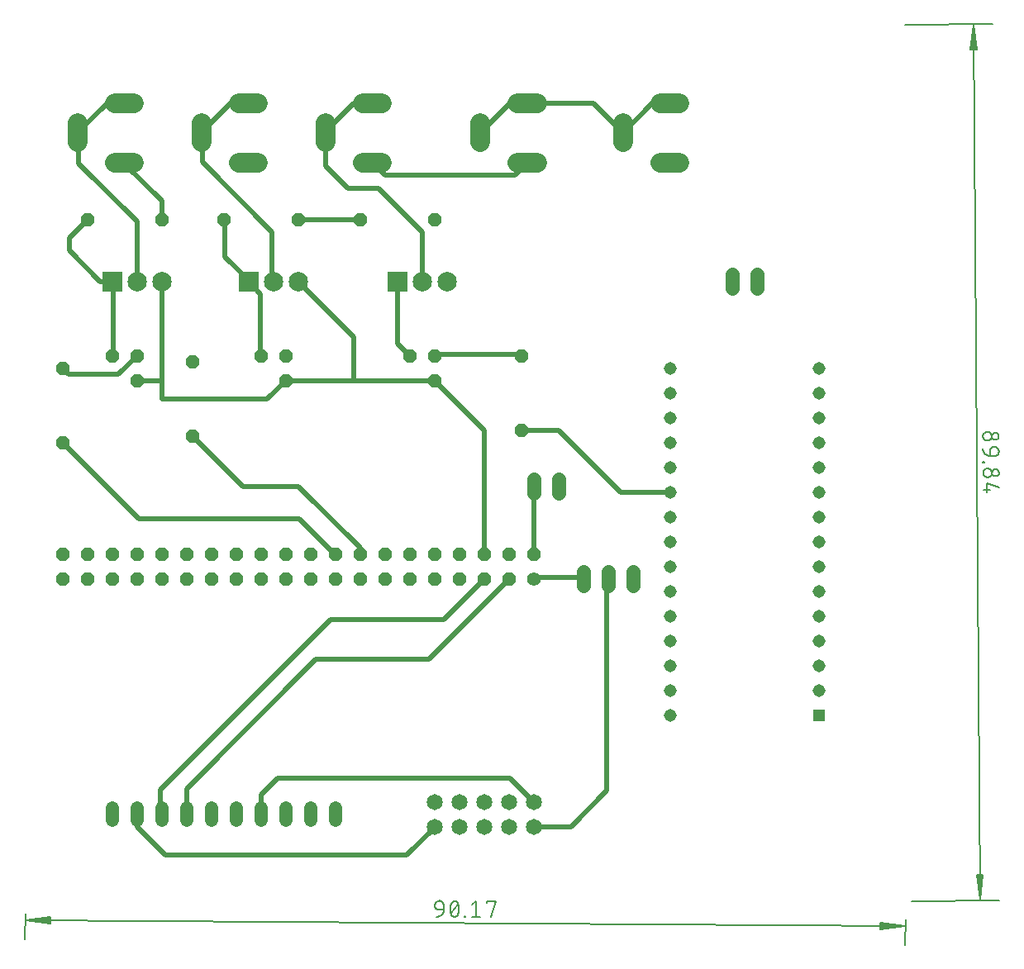
<source format=gbr>
G04 EAGLE Gerber RS-274X export*
G75*
%MOMM*%
%FSLAX34Y34*%
%LPD*%
%INTop Copper*%
%IPPOS*%
%AMOC8*
5,1,8,0,0,1.08239X$1,22.5*%
G01*
%ADD10C,0.130000*%
%ADD11C,0.152400*%
%ADD12C,2.000000*%
%ADD13C,1.320800*%
%ADD14R,1.308000X1.308000*%
%ADD15C,1.308000*%
%ADD16C,1.650000*%
%ADD17C,1.422400*%
%ADD18R,1.995000X1.995000*%
%ADD19C,1.995000*%
%ADD20P,1.429621X8X22.500000*%
%ADD21P,1.429621X8X292.500000*%
%ADD22P,1.429621X8X202.500000*%
%ADD23C,1.422400*%
%ADD24P,1.539592X8X202.500000*%
%ADD25P,1.429621X8X112.500000*%
%ADD26C,0.508000*%


D10*
X0Y88900D02*
X-186Y62559D01*
X901515Y56209D02*
X901700Y82550D01*
X901002Y75713D02*
X602Y82054D01*
X25974Y85068D01*
X25929Y78683D01*
X602Y82054D01*
X25960Y83175D01*
X25942Y80575D02*
X602Y82054D01*
X25970Y84475D01*
X25933Y79275D02*
X602Y82054D01*
X875675Y79084D02*
X901002Y75713D01*
X875675Y79084D02*
X875630Y72699D01*
X901002Y75713D01*
X875662Y77192D01*
X875643Y74592D02*
X901002Y75713D01*
X875671Y78491D01*
X875634Y73292D02*
X901002Y75713D01*
D11*
X428782Y92771D02*
X423363Y92809D01*
X423245Y92812D01*
X423127Y92818D01*
X423009Y92829D01*
X422892Y92843D01*
X422775Y92861D01*
X422659Y92883D01*
X422543Y92909D01*
X422429Y92939D01*
X422315Y92972D01*
X422203Y93009D01*
X422092Y93049D01*
X421982Y93094D01*
X421874Y93141D01*
X421768Y93193D01*
X421663Y93247D01*
X421560Y93306D01*
X421459Y93367D01*
X421360Y93432D01*
X421264Y93500D01*
X421169Y93571D01*
X421077Y93645D01*
X420988Y93722D01*
X420901Y93802D01*
X420816Y93885D01*
X420735Y93970D01*
X420656Y94058D01*
X420580Y94149D01*
X420507Y94242D01*
X420437Y94338D01*
X420371Y94435D01*
X420307Y94535D01*
X420247Y94637D01*
X420191Y94741D01*
X420137Y94846D01*
X420088Y94953D01*
X420041Y95062D01*
X419999Y95172D01*
X419960Y95284D01*
X419924Y95397D01*
X419893Y95511D01*
X419865Y95625D01*
X419841Y95741D01*
X419820Y95858D01*
X419804Y95975D01*
X419791Y96092D01*
X419782Y96210D01*
X419777Y96328D01*
X419776Y96446D01*
X419776Y96447D02*
X419782Y97350D01*
X419782Y97349D02*
X419785Y97482D01*
X419792Y97614D01*
X419802Y97747D01*
X419817Y97878D01*
X419835Y98010D01*
X419858Y98140D01*
X419884Y98270D01*
X419913Y98400D01*
X419947Y98528D01*
X419984Y98655D01*
X420026Y98781D01*
X420070Y98906D01*
X420119Y99029D01*
X420171Y99151D01*
X420226Y99272D01*
X420286Y99390D01*
X420348Y99507D01*
X420414Y99622D01*
X420483Y99735D01*
X420556Y99846D01*
X420632Y99955D01*
X420711Y100061D01*
X420793Y100166D01*
X420878Y100267D01*
X420966Y100366D01*
X421057Y100463D01*
X421151Y100557D01*
X421247Y100648D01*
X421346Y100736D01*
X421448Y100821D01*
X421552Y100903D01*
X421658Y100982D01*
X421767Y101058D01*
X421878Y101131D01*
X421991Y101200D01*
X422106Y101266D01*
X422223Y101329D01*
X422341Y101388D01*
X422462Y101444D01*
X422584Y101496D01*
X422707Y101544D01*
X422832Y101589D01*
X422958Y101631D01*
X423085Y101668D01*
X423213Y101702D01*
X423342Y101732D01*
X423472Y101758D01*
X423603Y101780D01*
X423734Y101799D01*
X423866Y101813D01*
X423998Y101824D01*
X424131Y101831D01*
X424263Y101834D01*
X424396Y101833D01*
X424528Y101828D01*
X424661Y101819D01*
X424793Y101807D01*
X424924Y101790D01*
X425055Y101770D01*
X425186Y101746D01*
X425315Y101718D01*
X425444Y101686D01*
X425572Y101651D01*
X425698Y101611D01*
X425824Y101568D01*
X425948Y101522D01*
X426071Y101472D01*
X426192Y101418D01*
X426311Y101360D01*
X426429Y101300D01*
X426545Y101235D01*
X426659Y101168D01*
X426771Y101097D01*
X426881Y101022D01*
X426989Y100945D01*
X427094Y100864D01*
X427197Y100781D01*
X427297Y100694D01*
X427395Y100605D01*
X427490Y100512D01*
X427583Y100417D01*
X427672Y100320D01*
X427759Y100219D01*
X427842Y100116D01*
X427923Y100011D01*
X428001Y99904D01*
X428075Y99794D01*
X428146Y99682D01*
X428214Y99568D01*
X428278Y99452D01*
X428339Y99334D01*
X428396Y99215D01*
X428450Y99093D01*
X428501Y98971D01*
X428547Y98847D01*
X428590Y98721D01*
X428630Y98595D01*
X428665Y98467D01*
X428697Y98338D01*
X428725Y98209D01*
X428750Y98078D01*
X428770Y97947D01*
X428786Y97816D01*
X428799Y97684D01*
X428808Y97551D01*
X428813Y97419D01*
X428814Y97286D01*
X428813Y97287D02*
X428782Y92771D01*
X428782Y92772D02*
X428778Y92597D01*
X428771Y92423D01*
X428759Y92248D01*
X428743Y92075D01*
X428723Y91901D01*
X428699Y91728D01*
X428670Y91556D01*
X428638Y91384D01*
X428601Y91214D01*
X428560Y91044D01*
X428515Y90875D01*
X428466Y90708D01*
X428413Y90541D01*
X428356Y90376D01*
X428294Y90213D01*
X428229Y90051D01*
X428161Y89890D01*
X428088Y89732D01*
X428011Y89575D01*
X427931Y89420D01*
X427847Y89267D01*
X427759Y89116D01*
X427668Y88967D01*
X427573Y88821D01*
X427474Y88676D01*
X427372Y88535D01*
X427267Y88395D01*
X427158Y88259D01*
X427047Y88125D01*
X426931Y87993D01*
X426813Y87865D01*
X426692Y87739D01*
X426568Y87617D01*
X426440Y87497D01*
X426310Y87381D01*
X426177Y87267D01*
X426042Y87157D01*
X425904Y87051D01*
X425763Y86947D01*
X425620Y86847D01*
X425474Y86751D01*
X425326Y86658D01*
X425176Y86569D01*
X425024Y86483D01*
X424870Y86401D01*
X424714Y86323D01*
X424556Y86249D01*
X424396Y86178D01*
X424235Y86112D01*
X424072Y86049D01*
X423907Y85990D01*
X423742Y85935D01*
X423575Y85884D01*
X423406Y85838D01*
X423237Y85795D01*
X423067Y85757D01*
X422896Y85722D01*
X422724Y85692D01*
X422551Y85666D01*
X422378Y85644D01*
X422204Y85626D01*
X422030Y85613D01*
X421856Y85603D01*
X421681Y85598D01*
X421507Y85597D01*
X435387Y93628D02*
X435393Y93948D01*
X435407Y94267D01*
X435428Y94587D01*
X435457Y94905D01*
X435494Y95223D01*
X435538Y95540D01*
X435589Y95855D01*
X435649Y96169D01*
X435715Y96482D01*
X435789Y96793D01*
X435871Y97103D01*
X435960Y97410D01*
X436056Y97715D01*
X436159Y98018D01*
X436270Y98318D01*
X436388Y98615D01*
X436512Y98909D01*
X436644Y99201D01*
X436783Y99489D01*
X436784Y99489D02*
X436824Y99597D01*
X436868Y99703D01*
X436915Y99808D01*
X436966Y99911D01*
X437020Y100013D01*
X437078Y100112D01*
X437140Y100210D01*
X437204Y100305D01*
X437272Y100398D01*
X437343Y100489D01*
X437417Y100577D01*
X437494Y100662D01*
X437574Y100745D01*
X437657Y100825D01*
X437742Y100902D01*
X437831Y100976D01*
X437921Y101047D01*
X438014Y101115D01*
X438109Y101180D01*
X438207Y101241D01*
X438306Y101299D01*
X438408Y101353D01*
X438511Y101404D01*
X438616Y101452D01*
X438722Y101495D01*
X438830Y101535D01*
X438940Y101572D01*
X439050Y101604D01*
X439162Y101633D01*
X439274Y101658D01*
X439387Y101678D01*
X439501Y101695D01*
X439615Y101708D01*
X439730Y101718D01*
X439845Y101723D01*
X439960Y101724D01*
X439960Y101725D02*
X440075Y101722D01*
X440190Y101715D01*
X440305Y101705D01*
X440419Y101690D01*
X440533Y101671D01*
X440646Y101649D01*
X440758Y101623D01*
X440869Y101592D01*
X440979Y101558D01*
X441088Y101521D01*
X441195Y101479D01*
X441301Y101434D01*
X441405Y101385D01*
X441508Y101333D01*
X441609Y101277D01*
X441707Y101218D01*
X441804Y101155D01*
X441898Y101089D01*
X441990Y101020D01*
X442080Y100947D01*
X442167Y100872D01*
X442252Y100794D01*
X442333Y100713D01*
X442412Y100629D01*
X442488Y100542D01*
X442561Y100453D01*
X442631Y100361D01*
X442697Y100267D01*
X442760Y100171D01*
X442820Y100073D01*
X442877Y99972D01*
X442930Y99870D01*
X442979Y99766D01*
X443025Y99661D01*
X443067Y99553D01*
X443106Y99445D01*
X443105Y99445D02*
X443240Y99155D01*
X443367Y98862D01*
X443488Y98566D01*
X443602Y98267D01*
X443708Y97965D01*
X443807Y97661D01*
X443899Y97355D01*
X443984Y97046D01*
X444061Y96736D01*
X444131Y96424D01*
X444193Y96110D01*
X444248Y95795D01*
X444295Y95479D01*
X444334Y95161D01*
X444367Y94843D01*
X444391Y94524D01*
X444408Y94205D01*
X444417Y93885D01*
X444419Y93565D01*
X435387Y93629D02*
X435389Y93309D01*
X435398Y92989D01*
X435415Y92670D01*
X435439Y92351D01*
X435472Y92033D01*
X435511Y91715D01*
X435558Y91399D01*
X435613Y91084D01*
X435675Y90770D01*
X435745Y90458D01*
X435822Y90148D01*
X435907Y89839D01*
X435999Y89533D01*
X436098Y89229D01*
X436204Y88927D01*
X436318Y88628D01*
X436439Y88332D01*
X436566Y88039D01*
X436701Y87749D01*
X436701Y87748D02*
X436740Y87640D01*
X436782Y87532D01*
X436828Y87427D01*
X436877Y87323D01*
X436930Y87221D01*
X436987Y87120D01*
X437047Y87022D01*
X437110Y86926D01*
X437176Y86832D01*
X437246Y86740D01*
X437319Y86651D01*
X437395Y86564D01*
X437474Y86480D01*
X437555Y86399D01*
X437640Y86321D01*
X437727Y86246D01*
X437817Y86173D01*
X437909Y86104D01*
X438003Y86038D01*
X438100Y85975D01*
X438198Y85916D01*
X438299Y85860D01*
X438402Y85808D01*
X438506Y85759D01*
X438612Y85714D01*
X438719Y85672D01*
X438828Y85635D01*
X438938Y85601D01*
X439049Y85570D01*
X439161Y85544D01*
X439274Y85522D01*
X439388Y85503D01*
X439502Y85488D01*
X439617Y85478D01*
X439732Y85471D01*
X439847Y85468D01*
X443023Y87705D02*
X443162Y87993D01*
X443294Y88284D01*
X443418Y88579D01*
X443536Y88876D01*
X443647Y89176D01*
X443750Y89479D01*
X443846Y89784D01*
X443935Y90091D01*
X444017Y90400D01*
X444091Y90711D01*
X444157Y91024D01*
X444216Y91338D01*
X444268Y91654D01*
X444312Y91971D01*
X444349Y92288D01*
X444378Y92607D01*
X444399Y92926D01*
X444413Y93246D01*
X444419Y93565D01*
X443024Y87705D02*
X442984Y87597D01*
X442940Y87490D01*
X442893Y87385D01*
X442842Y87282D01*
X442787Y87181D01*
X442729Y87081D01*
X442668Y86984D01*
X442604Y86888D01*
X442536Y86795D01*
X442465Y86705D01*
X442391Y86617D01*
X442313Y86531D01*
X442233Y86448D01*
X442151Y86368D01*
X442065Y86291D01*
X441977Y86217D01*
X441886Y86146D01*
X441793Y86078D01*
X441698Y86013D01*
X441601Y85952D01*
X441501Y85894D01*
X441400Y85840D01*
X441296Y85789D01*
X441191Y85741D01*
X441085Y85698D01*
X440977Y85658D01*
X440868Y85621D01*
X440757Y85589D01*
X440646Y85560D01*
X440533Y85535D01*
X440420Y85515D01*
X440306Y85498D01*
X440192Y85485D01*
X440077Y85475D01*
X439962Y85470D01*
X439847Y85469D01*
X436259Y89107D02*
X443547Y98087D01*
X450343Y86299D02*
X450337Y85396D01*
X450343Y86299D02*
X451246Y86292D01*
X451240Y85389D01*
X450337Y85396D01*
X457303Y97991D02*
X461843Y101572D01*
X461730Y85316D01*
X466245Y85285D02*
X457214Y85348D01*
X472946Y99688D02*
X472959Y101494D01*
X481989Y101431D01*
X477360Y85207D01*
D10*
X901500Y1000000D02*
X990985Y1000652D01*
X997535Y102252D02*
X908050Y101600D01*
X978030Y102760D02*
X971490Y999860D01*
X974867Y974534D01*
X968482Y974488D01*
X971490Y999860D01*
X972975Y974520D01*
X970375Y974501D02*
X971490Y999860D01*
X974275Y974530D01*
X969075Y974492D02*
X971490Y999860D01*
X981038Y128133D02*
X978030Y102760D01*
X981038Y128133D02*
X974653Y128086D01*
X978030Y102760D01*
X979146Y128119D01*
X976546Y128100D02*
X978030Y102760D01*
X980446Y128129D01*
X975246Y128091D02*
X978030Y102760D01*
D11*
X985618Y573505D02*
X985751Y573508D01*
X985885Y573515D01*
X986019Y573526D01*
X986152Y573541D01*
X986284Y573559D01*
X986416Y573582D01*
X986547Y573608D01*
X986677Y573639D01*
X986807Y573673D01*
X986935Y573711D01*
X987062Y573753D01*
X987188Y573799D01*
X987313Y573848D01*
X987435Y573901D01*
X987557Y573958D01*
X987676Y574018D01*
X987794Y574082D01*
X987910Y574149D01*
X988023Y574219D01*
X988135Y574293D01*
X988244Y574370D01*
X988351Y574451D01*
X988456Y574534D01*
X988558Y574621D01*
X988657Y574710D01*
X988754Y574803D01*
X988848Y574898D01*
X988939Y574996D01*
X989027Y575097D01*
X989113Y575200D01*
X989195Y575306D01*
X989274Y575414D01*
X989349Y575524D01*
X989421Y575637D01*
X989490Y575752D01*
X989556Y575868D01*
X989618Y575987D01*
X989677Y576107D01*
X989731Y576229D01*
X989783Y576353D01*
X989830Y576478D01*
X989874Y576605D01*
X989914Y576732D01*
X989951Y576861D01*
X989983Y576991D01*
X990012Y577122D01*
X990036Y577253D01*
X990057Y577385D01*
X990074Y577518D01*
X990087Y577651D01*
X990096Y577785D01*
X990101Y577919D01*
X990102Y578053D01*
X990099Y578186D01*
X990092Y578320D01*
X990081Y578453D01*
X990066Y578586D01*
X990048Y578719D01*
X990025Y578851D01*
X989999Y578982D01*
X989968Y579112D01*
X989934Y579242D01*
X989896Y579370D01*
X989854Y579497D01*
X989808Y579623D01*
X989759Y579747D01*
X989706Y579870D01*
X989649Y579992D01*
X989589Y580111D01*
X989526Y580229D01*
X989458Y580345D01*
X989388Y580458D01*
X989314Y580570D01*
X989237Y580679D01*
X989156Y580786D01*
X989073Y580891D01*
X988986Y580993D01*
X988897Y581092D01*
X988804Y581189D01*
X988709Y581283D01*
X988611Y581374D01*
X988510Y581462D01*
X988407Y581548D01*
X988301Y581630D01*
X988193Y581708D01*
X988083Y581784D01*
X987970Y581856D01*
X987855Y581925D01*
X987739Y581991D01*
X987620Y582053D01*
X987500Y582111D01*
X987378Y582166D01*
X987254Y582218D01*
X987129Y582265D01*
X987003Y582309D01*
X986875Y582349D01*
X986746Y582385D01*
X986616Y582418D01*
X986485Y582447D01*
X986354Y582471D01*
X986222Y582492D01*
X986089Y582509D01*
X985956Y582522D01*
X985822Y582531D01*
X985688Y582536D01*
X985555Y582537D01*
X985422Y582534D01*
X985290Y582527D01*
X985157Y582517D01*
X985026Y582502D01*
X984894Y582484D01*
X984764Y582461D01*
X984634Y582435D01*
X984504Y582406D01*
X984376Y582372D01*
X984249Y582335D01*
X984123Y582293D01*
X983998Y582249D01*
X983875Y582200D01*
X983753Y582148D01*
X983632Y582093D01*
X983514Y582033D01*
X983397Y581971D01*
X983282Y581905D01*
X983169Y581836D01*
X983058Y581763D01*
X982949Y581687D01*
X982843Y581608D01*
X982738Y581526D01*
X982637Y581441D01*
X982538Y581353D01*
X982441Y581262D01*
X982347Y581168D01*
X982256Y581072D01*
X982168Y580973D01*
X982083Y580871D01*
X982001Y580767D01*
X981922Y580661D01*
X981846Y580552D01*
X981773Y580441D01*
X981704Y580328D01*
X981638Y580213D01*
X981575Y580096D01*
X981516Y579978D01*
X981460Y579857D01*
X981408Y579735D01*
X981360Y579612D01*
X981315Y579487D01*
X981273Y579361D01*
X981236Y579234D01*
X981202Y579106D01*
X981172Y578977D01*
X981146Y578847D01*
X981124Y578716D01*
X981105Y578585D01*
X981091Y578453D01*
X981080Y578321D01*
X981073Y578188D01*
X981070Y578056D01*
X981071Y577923D01*
X981076Y577791D01*
X981085Y577658D01*
X981097Y577526D01*
X981114Y577395D01*
X981134Y577264D01*
X981158Y577133D01*
X981186Y577004D01*
X981218Y576875D01*
X981253Y576747D01*
X981293Y576621D01*
X981336Y576495D01*
X981382Y576371D01*
X981432Y576248D01*
X981486Y576127D01*
X981544Y576008D01*
X981604Y575890D01*
X981669Y575774D01*
X981736Y575660D01*
X981807Y575548D01*
X981882Y575438D01*
X981959Y575330D01*
X982040Y575225D01*
X982123Y575122D01*
X982210Y575022D01*
X982299Y574924D01*
X982392Y574829D01*
X982487Y574736D01*
X982584Y574647D01*
X982685Y574560D01*
X982788Y574476D01*
X982893Y574396D01*
X983001Y574318D01*
X983110Y574244D01*
X983222Y574173D01*
X983336Y574105D01*
X983452Y574041D01*
X983570Y573980D01*
X983689Y573923D01*
X983811Y573869D01*
X983933Y573818D01*
X984057Y573772D01*
X984183Y573729D01*
X984309Y573689D01*
X984437Y573654D01*
X984566Y573622D01*
X984695Y573594D01*
X984826Y573569D01*
X984957Y573549D01*
X985088Y573533D01*
X985220Y573520D01*
X985353Y573511D01*
X985485Y573506D01*
X985618Y573505D01*
X993739Y574465D02*
X993859Y574468D01*
X993978Y574475D01*
X994097Y574485D01*
X994215Y574500D01*
X994333Y574518D01*
X994451Y574541D01*
X994567Y574567D01*
X994683Y574597D01*
X994797Y574631D01*
X994911Y574669D01*
X995023Y574710D01*
X995133Y574756D01*
X995242Y574804D01*
X995350Y574857D01*
X995455Y574912D01*
X995559Y574972D01*
X995661Y575034D01*
X995760Y575100D01*
X995857Y575170D01*
X995952Y575242D01*
X996045Y575318D01*
X996135Y575396D01*
X996222Y575478D01*
X996307Y575562D01*
X996388Y575649D01*
X996467Y575739D01*
X996543Y575831D01*
X996616Y575926D01*
X996685Y576023D01*
X996752Y576123D01*
X996815Y576224D01*
X996874Y576328D01*
X996930Y576433D01*
X996983Y576540D01*
X997032Y576649D01*
X997077Y576760D01*
X997119Y576872D01*
X997157Y576985D01*
X997191Y577099D01*
X997222Y577215D01*
X997248Y577331D01*
X997271Y577448D01*
X997290Y577566D01*
X997305Y577685D01*
X997316Y577804D01*
X997323Y577923D01*
X997326Y578042D01*
X997325Y578162D01*
X997320Y578281D01*
X997311Y578400D01*
X997299Y578519D01*
X997282Y578637D01*
X997262Y578755D01*
X997237Y578872D01*
X997209Y578988D01*
X997177Y579103D01*
X997141Y579217D01*
X997102Y579330D01*
X997058Y579441D01*
X997012Y579551D01*
X996961Y579659D01*
X996907Y579766D01*
X996849Y579870D01*
X996788Y579973D01*
X996724Y580074D01*
X996656Y580172D01*
X996585Y580268D01*
X996511Y580362D01*
X996434Y580453D01*
X996354Y580542D01*
X996271Y580628D01*
X996186Y580711D01*
X996097Y580791D01*
X996006Y580869D01*
X995913Y580943D01*
X995817Y581014D01*
X995718Y581082D01*
X995618Y581146D01*
X995515Y581208D01*
X995411Y581266D01*
X995305Y581320D01*
X995196Y581371D01*
X995087Y581418D01*
X994976Y581462D01*
X994863Y581501D01*
X994749Y581538D01*
X994634Y581570D01*
X994518Y581598D01*
X994401Y581623D01*
X994284Y581644D01*
X994165Y581661D01*
X994047Y581674D01*
X993928Y581683D01*
X993808Y581688D01*
X993689Y581689D01*
X993569Y581686D01*
X993450Y581679D01*
X993331Y581669D01*
X993213Y581654D01*
X993095Y581635D01*
X992977Y581613D01*
X992861Y581587D01*
X992745Y581557D01*
X992631Y581523D01*
X992517Y581485D01*
X992405Y581444D01*
X992295Y581398D01*
X992186Y581350D01*
X992078Y581297D01*
X991973Y581242D01*
X991869Y581182D01*
X991767Y581120D01*
X991668Y581054D01*
X991571Y580984D01*
X991476Y580912D01*
X991383Y580836D01*
X991293Y580758D01*
X991206Y580676D01*
X991121Y580592D01*
X991040Y580505D01*
X990961Y580415D01*
X990885Y580323D01*
X990812Y580228D01*
X990743Y580131D01*
X990676Y580031D01*
X990613Y579930D01*
X990554Y579826D01*
X990498Y579721D01*
X990445Y579614D01*
X990396Y579505D01*
X990351Y579394D01*
X990309Y579282D01*
X990271Y579169D01*
X990237Y579055D01*
X990206Y578939D01*
X990180Y578823D01*
X990157Y578706D01*
X990138Y578588D01*
X990123Y578469D01*
X990112Y578350D01*
X990105Y578231D01*
X990102Y578112D01*
X990103Y577992D01*
X990108Y577873D01*
X990117Y577754D01*
X990129Y577635D01*
X990146Y577517D01*
X990166Y577399D01*
X990191Y577282D01*
X990219Y577166D01*
X990251Y577051D01*
X990287Y576937D01*
X990326Y576824D01*
X990370Y576713D01*
X990416Y576603D01*
X990467Y576495D01*
X990521Y576388D01*
X990579Y576284D01*
X990640Y576181D01*
X990704Y576080D01*
X990772Y575982D01*
X990843Y575886D01*
X990917Y575792D01*
X990994Y575701D01*
X991074Y575612D01*
X991157Y575526D01*
X991242Y575443D01*
X991331Y575363D01*
X991422Y575285D01*
X991515Y575211D01*
X991611Y575140D01*
X991710Y575072D01*
X991810Y575008D01*
X991913Y574946D01*
X992017Y574888D01*
X992123Y574834D01*
X992232Y574783D01*
X992341Y574736D01*
X992452Y574692D01*
X992565Y574653D01*
X992679Y574616D01*
X992794Y574584D01*
X992910Y574556D01*
X993027Y574531D01*
X993144Y574510D01*
X993263Y574493D01*
X993381Y574480D01*
X993500Y574471D01*
X993620Y574466D01*
X993739Y574465D01*
X988399Y563312D02*
X988436Y557893D01*
X988399Y563312D02*
X988400Y563430D01*
X988405Y563548D01*
X988414Y563666D01*
X988427Y563783D01*
X988443Y563900D01*
X988464Y564017D01*
X988488Y564133D01*
X988516Y564247D01*
X988547Y564361D01*
X988583Y564474D01*
X988622Y564586D01*
X988664Y564696D01*
X988711Y564805D01*
X988760Y564912D01*
X988814Y565017D01*
X988870Y565121D01*
X988930Y565223D01*
X988994Y565323D01*
X989060Y565420D01*
X989130Y565516D01*
X989203Y565609D01*
X989279Y565700D01*
X989358Y565788D01*
X989439Y565873D01*
X989524Y565956D01*
X989611Y566036D01*
X989700Y566113D01*
X989792Y566187D01*
X989887Y566258D01*
X989983Y566326D01*
X990082Y566391D01*
X990183Y566452D01*
X990286Y566511D01*
X990391Y566565D01*
X990497Y566617D01*
X990605Y566664D01*
X990715Y566709D01*
X990826Y566749D01*
X990938Y566786D01*
X991052Y566819D01*
X991166Y566849D01*
X991282Y566875D01*
X991398Y566897D01*
X991515Y566915D01*
X991632Y566929D01*
X991750Y566940D01*
X991868Y566946D01*
X991986Y566949D01*
X992889Y566956D01*
X993022Y566955D01*
X993156Y566950D01*
X993290Y566941D01*
X993423Y566928D01*
X993556Y566911D01*
X993688Y566890D01*
X993819Y566866D01*
X993950Y566837D01*
X994080Y566804D01*
X994209Y566768D01*
X994337Y566728D01*
X994463Y566684D01*
X994588Y566637D01*
X994712Y566585D01*
X994834Y566530D01*
X994954Y566472D01*
X995073Y566410D01*
X995189Y566344D01*
X995304Y566275D01*
X995417Y566203D01*
X995527Y566127D01*
X995635Y566049D01*
X995741Y565967D01*
X995844Y565881D01*
X995945Y565793D01*
X996043Y565702D01*
X996138Y565608D01*
X996231Y565511D01*
X996320Y565412D01*
X996407Y565310D01*
X996490Y565205D01*
X996571Y565098D01*
X996648Y564989D01*
X996722Y564877D01*
X996792Y564764D01*
X996860Y564648D01*
X996923Y564530D01*
X996983Y564411D01*
X997040Y564289D01*
X997093Y564166D01*
X997142Y564042D01*
X997188Y563916D01*
X997230Y563789D01*
X997268Y563661D01*
X997302Y563531D01*
X997333Y563401D01*
X997359Y563270D01*
X997382Y563138D01*
X997400Y563005D01*
X997415Y562872D01*
X997426Y562739D01*
X997433Y562605D01*
X997436Y562472D01*
X997435Y562338D01*
X997430Y562204D01*
X997421Y562070D01*
X997408Y561937D01*
X997391Y561804D01*
X997370Y561672D01*
X997346Y561541D01*
X997317Y561410D01*
X997285Y561280D01*
X997248Y561151D01*
X997208Y561024D01*
X997164Y560897D01*
X997117Y560772D01*
X997065Y560648D01*
X997011Y560526D01*
X996952Y560406D01*
X996890Y560287D01*
X996824Y560171D01*
X996755Y560056D01*
X996683Y559943D01*
X996608Y559833D01*
X996529Y559725D01*
X996447Y559619D01*
X996361Y559516D01*
X996273Y559415D01*
X996182Y559317D01*
X996088Y559222D01*
X995991Y559129D01*
X995892Y559040D01*
X995790Y558953D01*
X995685Y558870D01*
X995578Y558789D01*
X995469Y558712D01*
X995357Y558638D01*
X995244Y558568D01*
X995128Y558501D01*
X995010Y558437D01*
X994891Y558377D01*
X994769Y558320D01*
X994647Y558267D01*
X994522Y558218D01*
X994396Y558172D01*
X994269Y558130D01*
X994141Y558092D01*
X994011Y558058D01*
X993881Y558027D01*
X993750Y558001D01*
X993618Y557978D01*
X993486Y557960D01*
X993353Y557945D01*
X993219Y557934D01*
X993085Y557927D01*
X992952Y557924D01*
X992952Y557925D02*
X988436Y557893D01*
X988259Y557894D01*
X988082Y557899D01*
X987905Y557909D01*
X987728Y557923D01*
X987552Y557941D01*
X987376Y557964D01*
X987201Y557991D01*
X987026Y558022D01*
X986852Y558058D01*
X986679Y558097D01*
X986508Y558141D01*
X986337Y558190D01*
X986168Y558242D01*
X986000Y558299D01*
X985833Y558359D01*
X985668Y558424D01*
X985504Y558493D01*
X985343Y558565D01*
X985183Y558642D01*
X985025Y558723D01*
X984869Y558807D01*
X984715Y558895D01*
X984563Y558987D01*
X984414Y559083D01*
X984267Y559182D01*
X984123Y559285D01*
X983981Y559391D01*
X983842Y559501D01*
X983705Y559614D01*
X983571Y559731D01*
X983441Y559851D01*
X983313Y559974D01*
X983188Y560100D01*
X983067Y560229D01*
X982948Y560361D01*
X982833Y560496D01*
X982721Y560633D01*
X982613Y560774D01*
X982508Y560917D01*
X982407Y561062D01*
X982309Y561210D01*
X982215Y561360D01*
X982125Y561513D01*
X982038Y561668D01*
X981955Y561825D01*
X981876Y561983D01*
X981801Y562144D01*
X981730Y562307D01*
X981663Y562471D01*
X981601Y562637D01*
X981542Y562804D01*
X981487Y562972D01*
X981436Y563142D01*
X981390Y563314D01*
X981348Y563486D01*
X981310Y563659D01*
X981276Y563833D01*
X981247Y564008D01*
X981222Y564184D01*
X981201Y564360D01*
X981184Y564536D01*
X981172Y564713D01*
X981165Y564890D01*
X981161Y565068D01*
X981253Y551868D02*
X982157Y551875D01*
X982163Y550971D01*
X981260Y550965D01*
X981253Y551868D01*
X985817Y545023D02*
X985950Y545022D01*
X986084Y545017D01*
X986218Y545008D01*
X986351Y544995D01*
X986484Y544978D01*
X986616Y544957D01*
X986747Y544933D01*
X986878Y544904D01*
X987008Y544871D01*
X987137Y544835D01*
X987265Y544795D01*
X987391Y544751D01*
X987516Y544704D01*
X987640Y544652D01*
X987762Y544597D01*
X987882Y544539D01*
X988001Y544477D01*
X988117Y544411D01*
X988232Y544342D01*
X988345Y544270D01*
X988455Y544194D01*
X988563Y544116D01*
X988669Y544034D01*
X988772Y543948D01*
X988873Y543860D01*
X988971Y543769D01*
X989066Y543675D01*
X989159Y543578D01*
X989248Y543479D01*
X989335Y543377D01*
X989418Y543272D01*
X989499Y543165D01*
X989576Y543056D01*
X989650Y542944D01*
X989720Y542831D01*
X989788Y542715D01*
X989851Y542597D01*
X989911Y542478D01*
X989968Y542356D01*
X990021Y542233D01*
X990070Y542109D01*
X990116Y541983D01*
X990158Y541856D01*
X990196Y541728D01*
X990230Y541598D01*
X990261Y541468D01*
X990287Y541337D01*
X990310Y541205D01*
X990328Y541072D01*
X990343Y540939D01*
X990354Y540806D01*
X990361Y540672D01*
X990364Y540539D01*
X990363Y540405D01*
X990358Y540271D01*
X990349Y540137D01*
X990336Y540004D01*
X990319Y539871D01*
X990298Y539739D01*
X990274Y539608D01*
X990245Y539477D01*
X990213Y539347D01*
X990176Y539218D01*
X990136Y539091D01*
X990092Y538964D01*
X990045Y538839D01*
X989993Y538715D01*
X989939Y538593D01*
X989880Y538473D01*
X989818Y538354D01*
X989752Y538238D01*
X989683Y538123D01*
X989611Y538010D01*
X989536Y537900D01*
X989457Y537792D01*
X989375Y537686D01*
X989289Y537583D01*
X989201Y537482D01*
X989110Y537384D01*
X989016Y537289D01*
X988919Y537196D01*
X988820Y537107D01*
X988718Y537020D01*
X988613Y536937D01*
X988506Y536856D01*
X988397Y536779D01*
X988285Y536705D01*
X988172Y536635D01*
X988056Y536568D01*
X987938Y536504D01*
X987819Y536444D01*
X987697Y536387D01*
X987575Y536334D01*
X987450Y536285D01*
X987324Y536239D01*
X987197Y536197D01*
X987069Y536159D01*
X986939Y536125D01*
X986809Y536094D01*
X986678Y536068D01*
X986546Y536045D01*
X986414Y536027D01*
X986281Y536012D01*
X986147Y536001D01*
X986013Y535994D01*
X985880Y535991D01*
X985747Y535992D01*
X985615Y535997D01*
X985482Y536006D01*
X985350Y536019D01*
X985219Y536035D01*
X985088Y536055D01*
X984957Y536080D01*
X984828Y536108D01*
X984699Y536140D01*
X984571Y536175D01*
X984445Y536215D01*
X984319Y536258D01*
X984195Y536304D01*
X984073Y536355D01*
X983951Y536409D01*
X983832Y536466D01*
X983714Y536527D01*
X983598Y536591D01*
X983484Y536659D01*
X983372Y536730D01*
X983263Y536804D01*
X983155Y536882D01*
X983050Y536962D01*
X982947Y537046D01*
X982846Y537133D01*
X982749Y537222D01*
X982654Y537315D01*
X982561Y537410D01*
X982472Y537508D01*
X982385Y537608D01*
X982302Y537711D01*
X982221Y537816D01*
X982144Y537924D01*
X982069Y538034D01*
X981998Y538146D01*
X981931Y538260D01*
X981866Y538376D01*
X981806Y538494D01*
X981748Y538613D01*
X981694Y538734D01*
X981644Y538857D01*
X981598Y538981D01*
X981555Y539107D01*
X981515Y539233D01*
X981480Y539361D01*
X981448Y539490D01*
X981420Y539619D01*
X981396Y539750D01*
X981376Y539881D01*
X981359Y540012D01*
X981347Y540144D01*
X981338Y540277D01*
X981333Y540409D01*
X981332Y540542D01*
X981335Y540674D01*
X981342Y540807D01*
X981353Y540939D01*
X981367Y541071D01*
X981386Y541202D01*
X981408Y541333D01*
X981434Y541463D01*
X981464Y541592D01*
X981498Y541720D01*
X981535Y541847D01*
X981577Y541973D01*
X981622Y542098D01*
X981670Y542221D01*
X981722Y542343D01*
X981778Y542464D01*
X981837Y542582D01*
X981900Y542699D01*
X981966Y542814D01*
X982035Y542927D01*
X982108Y543038D01*
X982184Y543147D01*
X982263Y543253D01*
X982345Y543357D01*
X982430Y543459D01*
X982518Y543558D01*
X982609Y543654D01*
X982703Y543748D01*
X982800Y543839D01*
X982899Y543927D01*
X983000Y544012D01*
X983105Y544094D01*
X983211Y544173D01*
X983320Y544249D01*
X983431Y544322D01*
X983544Y544391D01*
X983659Y544457D01*
X983776Y544519D01*
X983894Y544579D01*
X984015Y544634D01*
X984137Y544686D01*
X984260Y544735D01*
X984385Y544779D01*
X984511Y544821D01*
X984638Y544858D01*
X984766Y544892D01*
X984896Y544921D01*
X985026Y544947D01*
X985156Y544970D01*
X985288Y544988D01*
X985419Y545003D01*
X985552Y545013D01*
X985684Y545020D01*
X985817Y545023D01*
X993951Y544175D02*
X994070Y544174D01*
X994190Y544169D01*
X994309Y544160D01*
X994427Y544147D01*
X994546Y544130D01*
X994663Y544109D01*
X994780Y544084D01*
X994896Y544056D01*
X995011Y544024D01*
X995125Y543987D01*
X995238Y543948D01*
X995349Y543904D01*
X995458Y543857D01*
X995567Y543806D01*
X995673Y543752D01*
X995777Y543694D01*
X995880Y543632D01*
X995980Y543568D01*
X996079Y543500D01*
X996175Y543429D01*
X996268Y543355D01*
X996359Y543277D01*
X996448Y543197D01*
X996533Y543114D01*
X996616Y543028D01*
X996696Y542939D01*
X996773Y542848D01*
X996847Y542754D01*
X996918Y542658D01*
X996986Y542560D01*
X997050Y542459D01*
X997111Y542356D01*
X997169Y542252D01*
X997223Y542145D01*
X997274Y542037D01*
X997320Y541927D01*
X997364Y541816D01*
X997403Y541703D01*
X997439Y541589D01*
X997471Y541474D01*
X997499Y541358D01*
X997524Y541241D01*
X997544Y541123D01*
X997561Y541005D01*
X997573Y540886D01*
X997582Y540767D01*
X997587Y540648D01*
X997588Y540528D01*
X997585Y540409D01*
X997578Y540290D01*
X997567Y540171D01*
X997552Y540052D01*
X997533Y539934D01*
X997510Y539817D01*
X997484Y539701D01*
X997453Y539585D01*
X997419Y539471D01*
X997381Y539358D01*
X997339Y539246D01*
X997294Y539135D01*
X997245Y539026D01*
X997192Y538919D01*
X997136Y538814D01*
X997077Y538710D01*
X997014Y538609D01*
X996947Y538509D01*
X996878Y538412D01*
X996805Y538317D01*
X996729Y538225D01*
X996650Y538135D01*
X996569Y538048D01*
X996484Y537964D01*
X996397Y537882D01*
X996307Y537804D01*
X996214Y537728D01*
X996119Y537656D01*
X996022Y537586D01*
X995923Y537520D01*
X995821Y537458D01*
X995717Y537398D01*
X995612Y537343D01*
X995504Y537290D01*
X995395Y537242D01*
X995285Y537196D01*
X995173Y537155D01*
X995059Y537117D01*
X994945Y537083D01*
X994829Y537053D01*
X994713Y537027D01*
X994595Y537004D01*
X994477Y536986D01*
X994359Y536971D01*
X994240Y536961D01*
X994121Y536954D01*
X994001Y536951D01*
X993882Y536952D01*
X993762Y536957D01*
X993643Y536966D01*
X993525Y536979D01*
X993406Y536996D01*
X993289Y537017D01*
X993172Y537042D01*
X993056Y537070D01*
X992941Y537102D01*
X992827Y537139D01*
X992714Y537178D01*
X992603Y537222D01*
X992494Y537269D01*
X992385Y537320D01*
X992279Y537374D01*
X992175Y537432D01*
X992072Y537494D01*
X991972Y537558D01*
X991873Y537626D01*
X991777Y537697D01*
X991684Y537771D01*
X991593Y537849D01*
X991504Y537929D01*
X991419Y538012D01*
X991336Y538098D01*
X991256Y538187D01*
X991179Y538278D01*
X991105Y538372D01*
X991034Y538468D01*
X990966Y538566D01*
X990902Y538667D01*
X990841Y538770D01*
X990783Y538874D01*
X990729Y538981D01*
X990678Y539089D01*
X990632Y539199D01*
X990588Y539310D01*
X990549Y539423D01*
X990513Y539537D01*
X990481Y539652D01*
X990453Y539768D01*
X990428Y539885D01*
X990408Y540003D01*
X990391Y540121D01*
X990379Y540240D01*
X990370Y540359D01*
X990365Y540478D01*
X990364Y540598D01*
X990367Y540717D01*
X990374Y540836D01*
X990385Y540955D01*
X990400Y541074D01*
X990419Y541192D01*
X990442Y541309D01*
X990468Y541425D01*
X990499Y541541D01*
X990533Y541655D01*
X990571Y541768D01*
X990613Y541880D01*
X990658Y541991D01*
X990707Y542100D01*
X990760Y542207D01*
X990816Y542312D01*
X990875Y542416D01*
X990938Y542517D01*
X991005Y542617D01*
X991074Y542714D01*
X991147Y542809D01*
X991223Y542901D01*
X991302Y542991D01*
X991383Y543078D01*
X991468Y543162D01*
X991555Y543244D01*
X991645Y543322D01*
X991738Y543398D01*
X991833Y543470D01*
X991930Y543540D01*
X992029Y543606D01*
X992131Y543668D01*
X992235Y543728D01*
X992340Y543783D01*
X992448Y543836D01*
X992557Y543884D01*
X992667Y543930D01*
X992779Y543971D01*
X992893Y544009D01*
X993007Y544043D01*
X993123Y544073D01*
X993239Y544099D01*
X993357Y544121D01*
X993475Y544140D01*
X993593Y544155D01*
X993712Y544165D01*
X993831Y544172D01*
X993951Y544175D01*
X985023Y529385D02*
X997691Y525861D01*
X985023Y529385D02*
X985086Y520354D01*
X988679Y523088D02*
X981455Y523038D01*
D12*
X524350Y858000D02*
X504350Y858000D01*
X504350Y919000D02*
X524350Y919000D01*
X466350Y899000D02*
X466350Y879000D01*
X650400Y858000D02*
X670400Y858000D01*
X670400Y919000D02*
X650400Y919000D01*
X612400Y899000D02*
X612400Y879000D01*
D13*
X88900Y197104D02*
X88900Y183896D01*
X114300Y183896D02*
X114300Y197104D01*
X139700Y197104D02*
X139700Y183896D01*
X165100Y183896D02*
X165100Y197104D01*
X190500Y197104D02*
X190500Y183896D01*
X215900Y183896D02*
X215900Y197104D01*
X241300Y197104D02*
X241300Y183896D01*
X266700Y183896D02*
X266700Y197104D01*
X292100Y197104D02*
X292100Y183896D01*
X317500Y183896D02*
X317500Y197104D01*
D14*
X812800Y292100D03*
D15*
X812800Y317500D03*
X812800Y342900D03*
X812800Y368300D03*
X812800Y393700D03*
X812800Y419100D03*
X812800Y444500D03*
X812800Y469900D03*
X812800Y495300D03*
X812800Y520700D03*
X812800Y546100D03*
X812800Y571500D03*
X812800Y596900D03*
X812800Y622300D03*
X812800Y647700D03*
X660400Y647700D03*
X660400Y622300D03*
X660400Y596900D03*
X660400Y571500D03*
X660400Y546100D03*
X660400Y520700D03*
X660400Y495300D03*
X660400Y469900D03*
X660400Y444500D03*
X660400Y419100D03*
X660400Y393700D03*
X660400Y368300D03*
X660400Y342900D03*
X660400Y317500D03*
X660400Y292100D03*
D16*
X520700Y177800D03*
X520700Y203200D03*
X495300Y177800D03*
X495300Y203200D03*
X469900Y177800D03*
X469900Y203200D03*
X444500Y203200D03*
X444500Y177800D03*
X419100Y203200D03*
X419100Y177800D03*
D17*
X723900Y729488D02*
X723900Y743712D01*
X749300Y743712D02*
X749300Y729488D01*
X546100Y534162D02*
X546100Y519938D01*
X520700Y519938D02*
X520700Y534162D01*
X622300Y438912D02*
X622300Y424688D01*
X596900Y424688D02*
X596900Y438912D01*
X571500Y438912D02*
X571500Y424688D01*
D12*
X111600Y858000D02*
X91600Y858000D01*
X91600Y919000D02*
X111600Y919000D01*
X53600Y899000D02*
X53600Y879000D01*
X218600Y858000D02*
X238600Y858000D01*
X238600Y919000D02*
X218600Y919000D01*
X180600Y899000D02*
X180600Y879000D01*
X345600Y858000D02*
X365600Y858000D01*
X365600Y919000D02*
X345600Y919000D01*
X307600Y899000D02*
X307600Y879000D01*
D18*
X381000Y736600D03*
D19*
X406400Y736600D03*
X431800Y736600D03*
D18*
X228600Y736600D03*
D19*
X254000Y736600D03*
X279400Y736600D03*
D18*
X88900Y736600D03*
D19*
X114300Y736600D03*
X139700Y736600D03*
D20*
X203200Y800100D03*
X279400Y800100D03*
X63500Y800100D03*
X139700Y800100D03*
D21*
X38100Y647700D03*
X38100Y571500D03*
X171450Y654050D03*
X171450Y577850D03*
D22*
X419100Y800100D03*
X342900Y800100D03*
D21*
X508000Y660400D03*
X508000Y584200D03*
D23*
X520700Y431800D03*
D24*
X520700Y457200D03*
X495300Y431800D03*
X495300Y457200D03*
X469900Y431800D03*
X469900Y457200D03*
X444500Y431800D03*
X444500Y457200D03*
X419100Y431800D03*
X419100Y457200D03*
X393700Y431800D03*
X393700Y457200D03*
X368300Y431800D03*
X368300Y457200D03*
X342900Y431800D03*
X342900Y457200D03*
X317500Y431800D03*
X317500Y457200D03*
X292100Y431800D03*
X292100Y457200D03*
X266700Y431800D03*
X266700Y457200D03*
X241300Y431800D03*
X241300Y457200D03*
X215900Y431800D03*
X215900Y457200D03*
X190500Y431800D03*
X190500Y457200D03*
X165100Y431800D03*
X165100Y457200D03*
X139700Y431800D03*
X139700Y457200D03*
X114300Y431800D03*
X114300Y457200D03*
X88900Y431800D03*
X88900Y457200D03*
X63500Y431800D03*
X63500Y457200D03*
X38100Y431800D03*
X38100Y457200D03*
D25*
X266700Y635000D03*
X266700Y660400D03*
X241300Y660400D03*
X114300Y635000D03*
X114300Y660400D03*
X88900Y660400D03*
X419100Y635000D03*
X419100Y660400D03*
X393700Y660400D03*
D26*
X114300Y190500D02*
X114300Y177546D01*
X143510Y148336D01*
X390652Y148336D01*
X419100Y176784D01*
X419100Y177800D01*
X278892Y736092D02*
X279400Y736600D01*
X139700Y736600D02*
X138684Y736092D01*
X419100Y432816D02*
X419100Y431800D01*
X469392Y457200D02*
X469900Y457200D01*
X266700Y635000D02*
X247650Y615950D01*
X139700Y615950D01*
X139700Y635000D02*
X114300Y635000D01*
X139700Y635000D02*
X139700Y736600D01*
X139700Y635000D02*
X139700Y615950D01*
X466350Y889000D02*
X496350Y919000D01*
X514350Y919000D01*
X582400Y919000D01*
X612400Y889000D01*
X330200Y635000D02*
X266700Y635000D01*
X330200Y635000D02*
X336550Y635000D01*
X336550Y679450D01*
X279400Y736600D01*
X419100Y635000D02*
X469900Y584200D01*
X469900Y457200D01*
X612400Y889000D02*
X642400Y919000D01*
X660400Y919000D01*
X419100Y635000D02*
X336550Y635000D01*
X520700Y527050D02*
X520700Y457200D01*
X63500Y800100D02*
X44958Y781558D01*
X44958Y768350D01*
X76708Y736600D02*
X88900Y736600D01*
X76708Y736600D02*
X44958Y768350D01*
X89916Y736092D02*
X89916Y661416D01*
X88900Y660400D01*
X89916Y736092D02*
X88900Y736600D01*
X114300Y660400D02*
X95250Y641350D01*
X44450Y641350D02*
X38100Y647700D01*
X44450Y641350D02*
X95250Y641350D01*
X521208Y432816D02*
X571500Y432816D01*
X571500Y431800D01*
X521208Y432816D02*
X520700Y431800D01*
X297688Y349250D02*
X165100Y216662D01*
X165100Y190500D01*
X297688Y349250D02*
X413258Y349250D01*
X495300Y431292D01*
X495300Y431800D01*
X138430Y215900D02*
X138430Y191770D01*
X139700Y190500D01*
X138430Y215900D02*
X312928Y390398D01*
X428498Y390398D01*
X469900Y431800D01*
X114300Y736600D02*
X114300Y797814D01*
X54864Y857250D01*
X54864Y888492D01*
X53600Y889000D01*
X83820Y918972D02*
X100584Y918972D01*
X83820Y918972D02*
X54864Y890016D01*
X100584Y918972D02*
X101600Y919000D01*
X54864Y890016D02*
X53600Y889000D01*
X228600Y858012D02*
X228600Y858000D01*
X355092Y858012D02*
X355600Y858000D01*
X368300Y845300D02*
X501650Y845300D01*
X368300Y845300D02*
X355600Y858000D01*
X501650Y845300D02*
X514350Y858000D01*
X252984Y787146D02*
X252984Y737616D01*
X252984Y787146D02*
X181356Y858774D01*
X181356Y888492D01*
X252984Y737616D02*
X254000Y736600D01*
X181356Y888492D02*
X180600Y889000D01*
X210312Y918972D02*
X228628Y918972D01*
X210312Y918972D02*
X181356Y890016D01*
X228600Y919000D02*
X228628Y918972D01*
X181356Y890016D02*
X180600Y889000D01*
X204216Y800100D02*
X204216Y762000D01*
X228600Y737616D01*
X204216Y800100D02*
X203200Y800100D01*
X228600Y737616D02*
X228600Y736600D01*
X240792Y723900D02*
X240792Y661416D01*
X240792Y723900D02*
X228600Y736092D01*
X240792Y661416D02*
X241300Y660400D01*
X228600Y736092D02*
X228600Y736600D01*
X381000Y736600D02*
X381000Y737616D01*
X381000Y673100D02*
X393700Y660400D01*
X381000Y673100D02*
X381000Y736600D01*
X419100Y661416D02*
X507492Y661416D01*
X419100Y661416D02*
X419100Y660400D01*
X507492Y661416D02*
X508000Y660400D01*
X258572Y227584D02*
X241300Y210312D01*
X241300Y190500D01*
X258572Y227584D02*
X496316Y227584D01*
X520700Y203200D01*
X355092Y918972D02*
X336804Y918972D01*
X307848Y890016D01*
X355092Y918972D02*
X355600Y919000D01*
X307848Y890016D02*
X307600Y889000D01*
X307600Y854450D01*
X330200Y831850D02*
X361950Y831850D01*
X406400Y787400D01*
X406400Y736600D01*
X330200Y831850D02*
X307600Y854450D01*
X609600Y520700D02*
X660400Y520700D01*
X546608Y583692D02*
X509016Y583692D01*
X546608Y583692D02*
X609600Y520700D01*
X595884Y431292D02*
X595884Y214884D01*
X558800Y177800D01*
X520700Y177800D01*
X595884Y431292D02*
X596900Y431800D01*
X342900Y800100D02*
X279400Y800100D01*
X102108Y856488D02*
X101600Y858000D01*
X139700Y818896D02*
X139700Y800100D01*
X139700Y818896D02*
X102108Y856488D01*
X38100Y571500D02*
X116332Y493268D01*
X280924Y493268D01*
X316992Y457200D01*
X317500Y457200D01*
X279908Y526542D02*
X222758Y526542D01*
X342900Y463550D02*
X342900Y457200D01*
X342900Y463550D02*
X279908Y526542D01*
X222758Y526542D02*
X171450Y577850D01*
M02*

</source>
